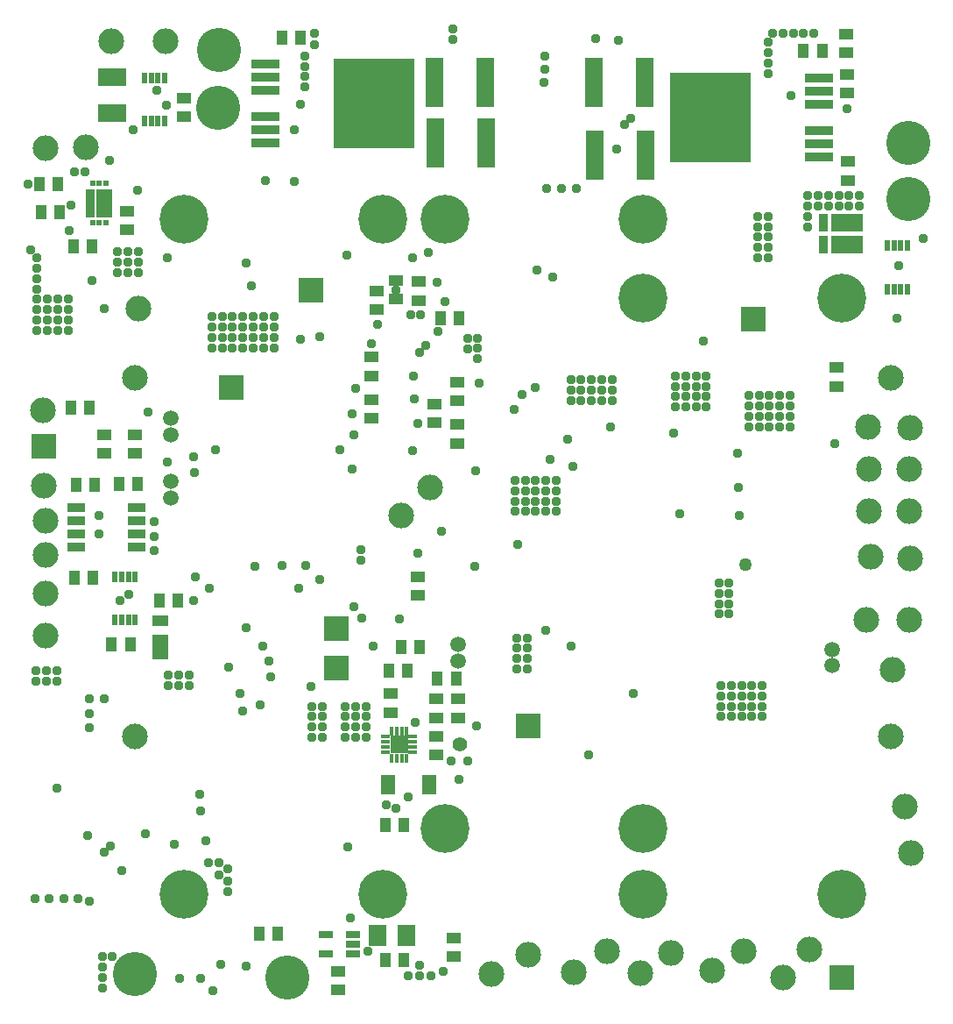
<source format=gbs>
G75*
%MOIN*%
%OFA0B0*%
%FSLAX25Y25*%
%IPPOS*%
%LPD*%
%AMOC8*
5,1,8,0,0,1.08239X$1,22.5*
%
%ADD10R,0.03950X0.05524*%
%ADD11R,0.05524X0.03950*%
%ADD12R,0.05721X0.07690*%
%ADD13C,0.18580*%
%ADD14R,0.06706X0.03556*%
%ADD15R,0.10800X0.06784*%
%ADD16R,0.10800X0.06745*%
%ADD17R,0.12400X0.06700*%
%ADD18R,0.03600X0.06700*%
%ADD19R,0.05524X0.03162*%
%ADD20R,0.06509X0.06509*%
%ADD21R,0.03556X0.01784*%
%ADD22R,0.01784X0.03556*%
%ADD23C,0.09800*%
%ADD24C,0.16800*%
%ADD25R,0.11036X0.03753*%
%ADD26R,0.30721X0.34265*%
%ADD27R,0.09800X0.09800*%
%ADD28C,0.05950*%
%ADD29R,0.06312X0.09461*%
%ADD30R,0.06312X0.04343*%
%ADD31R,0.02454X0.04304*%
%ADD32R,0.06391X0.10643*%
%ADD33R,0.03241X0.10643*%
%ADD34R,0.02375X0.02375*%
%ADD35R,0.07099X0.07887*%
%ADD36R,0.06706X0.18910*%
%ADD37C,0.09737*%
%ADD38C,0.03778*%
%ADD39C,0.04959*%
%ADD40C,0.05550*%
D10*
X0138414Y0100619D03*
X0145501Y0100619D03*
X0186446Y0090776D03*
X0193532Y0090776D03*
X0193532Y0141957D03*
X0186446Y0141957D03*
X0187627Y0200619D03*
X0194713Y0200619D03*
X0192351Y0209674D03*
X0199438Y0209674D03*
X0206131Y0197863D03*
X0213217Y0197863D03*
X0107312Y0227391D03*
X0100225Y0227391D03*
X0089202Y0210855D03*
X0082115Y0210855D03*
X0075028Y0236052D03*
X0067942Y0236052D03*
X0068729Y0271485D03*
X0075816Y0271485D03*
X0084871Y0271879D03*
X0091957Y0271879D03*
X0073847Y0300619D03*
X0066761Y0300619D03*
X0067548Y0362036D03*
X0074635Y0362036D03*
X0062430Y0375028D03*
X0055343Y0375028D03*
X0054556Y0385658D03*
X0061643Y0385658D03*
X0147076Y0441564D03*
X0154162Y0441564D03*
X0207312Y0334871D03*
X0214398Y0334871D03*
X0345501Y0436446D03*
X0352587Y0436446D03*
D11*
X0361643Y0435658D03*
X0361643Y0442745D03*
X0362036Y0427391D03*
X0362036Y0420304D03*
X0362430Y0394320D03*
X0362430Y0387233D03*
X0358099Y0315973D03*
X0358099Y0308887D03*
X0213611Y0310461D03*
X0213611Y0303375D03*
X0213611Y0294320D03*
X0213611Y0287233D03*
X0204950Y0295107D03*
X0204950Y0302194D03*
X0180934Y0303769D03*
X0180934Y0296682D03*
X0180934Y0312824D03*
X0180934Y0319910D03*
X0182902Y0338020D03*
X0182902Y0345107D03*
X0190383Y0341957D03*
X0190383Y0349044D03*
X0199044Y0348650D03*
X0199044Y0341564D03*
X0198650Y0236446D03*
X0198650Y0229359D03*
X0188414Y0191957D03*
X0188414Y0184871D03*
X0205737Y0182902D03*
X0205737Y0189989D03*
X0214005Y0189989D03*
X0214005Y0182902D03*
X0205737Y0175816D03*
X0205737Y0168729D03*
X0212430Y0099044D03*
X0212430Y0091957D03*
X0168335Y0086446D03*
X0168335Y0079359D03*
X0091170Y0283296D03*
X0091170Y0290383D03*
X0079359Y0290383D03*
X0079359Y0283296D03*
X0088020Y0368335D03*
X0088020Y0375422D03*
X0109674Y0411249D03*
X0109674Y0418335D03*
D12*
X0187233Y0157312D03*
X0202981Y0157312D03*
D13*
X0208887Y0140580D03*
X0185265Y0115580D03*
X0109674Y0115580D03*
X0284477Y0115580D03*
X0284477Y0140580D03*
X0360068Y0115580D03*
X0360068Y0342272D03*
X0284477Y0342272D03*
X0284477Y0372272D03*
X0208887Y0372272D03*
X0185265Y0372272D03*
X0109674Y0372272D03*
D14*
X0091564Y0262843D03*
X0091564Y0257843D03*
X0091564Y0252843D03*
X0091564Y0247843D03*
X0068729Y0247843D03*
X0068729Y0252843D03*
X0068729Y0257843D03*
X0068729Y0262843D03*
D15*
X0082509Y0426249D03*
D16*
X0082509Y0412784D03*
D17*
X0362074Y0370911D03*
X0362074Y0362611D03*
D18*
X0352974Y0362611D03*
X0352974Y0370911D03*
D19*
X0173871Y0100422D03*
X0173871Y0096682D03*
X0173871Y0092942D03*
X0163587Y0092942D03*
X0163587Y0100422D03*
D20*
X0191564Y0172666D03*
D21*
X0196682Y0171682D03*
X0196682Y0173650D03*
X0196682Y0175619D03*
X0196682Y0169713D03*
X0186446Y0169713D03*
X0186446Y0171682D03*
X0186446Y0173650D03*
X0186446Y0175619D03*
D22*
X0188611Y0177784D03*
X0190580Y0177784D03*
X0192548Y0177784D03*
X0194517Y0177784D03*
X0194517Y0167548D03*
X0192548Y0167548D03*
X0190580Y0167548D03*
X0188611Y0167548D03*
D23*
X0240776Y0092745D03*
X0226603Y0085265D03*
X0258099Y0086052D03*
X0270698Y0093926D03*
X0283296Y0085658D03*
X0295107Y0093532D03*
X0310855Y0086839D03*
X0322666Y0093926D03*
X0337627Y0084083D03*
X0347863Y0094713D03*
X0386446Y0131328D03*
X0384083Y0149044D03*
X0379359Y0201013D03*
X0385658Y0219910D03*
X0369517Y0219910D03*
X0371091Y0243926D03*
X0370304Y0261249D03*
X0385658Y0261249D03*
X0386052Y0243532D03*
X0385658Y0277391D03*
X0370304Y0277391D03*
X0369910Y0293532D03*
X0386052Y0293139D03*
X0203375Y0270304D03*
X0192351Y0259674D03*
X0092351Y0338414D03*
X0056131Y0299831D03*
X0056524Y0271091D03*
X0056918Y0257706D03*
X0056918Y0244713D03*
X0056918Y0230146D03*
X0056918Y0214005D03*
X0056918Y0399438D03*
X0072272Y0399831D03*
X0082115Y0439989D03*
X0102587Y0439989D03*
D24*
X0123060Y0436839D03*
X0122666Y0414792D03*
X0385265Y0401406D03*
X0385265Y0380146D03*
X0149044Y0084083D03*
X0091170Y0085265D03*
D25*
X0140776Y0401406D03*
X0140776Y0406406D03*
X0140776Y0411406D03*
X0140776Y0421406D03*
X0140776Y0426406D03*
X0140776Y0431406D03*
X0351406Y0426209D03*
X0351406Y0421209D03*
X0351406Y0416209D03*
X0351406Y0406209D03*
X0351406Y0401209D03*
X0351406Y0396209D03*
D26*
X0310068Y0411209D03*
X0182115Y0416406D03*
D27*
X0158099Y0345501D03*
X0127784Y0308493D03*
X0056524Y0286052D03*
X0167548Y0216761D03*
X0167548Y0201800D03*
X0240776Y0179753D03*
X0360068Y0084083D03*
X0326209Y0334477D03*
D28*
X0356524Y0208887D03*
X0356524Y0202587D03*
X0214005Y0204556D03*
X0214005Y0210855D03*
X0104556Y0266367D03*
X0104556Y0272666D03*
X0104556Y0290383D03*
X0104556Y0296682D03*
D29*
X0100619Y0209674D03*
D30*
X0100619Y0219713D03*
D31*
X0091170Y0219910D03*
X0088611Y0219910D03*
X0086052Y0219910D03*
X0083493Y0219910D03*
X0083493Y0236485D03*
X0086052Y0236485D03*
X0088611Y0236485D03*
X0091170Y0236485D03*
X0094713Y0409635D03*
X0097272Y0409635D03*
X0099831Y0409635D03*
X0102391Y0409635D03*
X0102391Y0426209D03*
X0099831Y0426209D03*
X0097272Y0426209D03*
X0094713Y0426209D03*
X0377391Y0362430D03*
X0379950Y0362430D03*
X0382509Y0362430D03*
X0385068Y0362430D03*
X0385068Y0345855D03*
X0382509Y0345855D03*
X0379950Y0345855D03*
X0377391Y0345855D03*
D32*
X0079517Y0378572D03*
D33*
X0074044Y0378572D03*
D34*
X0074871Y0386091D03*
X0077430Y0386091D03*
X0079989Y0386091D03*
X0079989Y0371131D03*
X0077430Y0371131D03*
X0074871Y0371131D03*
D35*
X0183296Y0100225D03*
X0194320Y0100225D03*
D36*
X0205343Y0401406D03*
X0224635Y0401406D03*
X0224241Y0424241D03*
X0204950Y0424241D03*
X0265580Y0424241D03*
X0284871Y0424241D03*
X0285265Y0396682D03*
X0265973Y0396682D03*
D37*
X0378572Y0312036D03*
X0378572Y0175816D03*
X0091170Y0175816D03*
X0091170Y0312036D03*
D38*
X0078572Y0080146D03*
X0078572Y0084083D03*
X0078572Y0088020D03*
X0078572Y0091957D03*
X0082509Y0091957D03*
X0073847Y0113217D03*
X0069517Y0114005D03*
X0064005Y0114005D03*
X0058493Y0114005D03*
X0052981Y0114005D03*
X0073060Y0137995D03*
X0079359Y0131721D03*
X0081721Y0134083D03*
X0086052Y0124635D03*
X0095107Y0138808D03*
X0106131Y0134607D03*
X0117942Y0136052D03*
X0119123Y0127784D03*
X0123060Y0127784D03*
X0126209Y0125422D03*
X0123060Y0123060D03*
X0126209Y0120698D03*
X0126209Y0116761D03*
X0123847Y0089202D03*
X0133296Y0088414D03*
X0120698Y0078965D03*
X0115973Y0083690D03*
X0108099Y0083690D03*
X0115973Y0147469D03*
X0115580Y0153769D03*
X0132115Y0185265D03*
X0130934Y0191957D03*
X0138808Y0187627D03*
X0142745Y0198257D03*
X0141957Y0204556D03*
X0139595Y0210068D03*
X0133296Y0217154D03*
X0126603Y0202194D03*
X0111643Y0199044D03*
X0111643Y0195107D03*
X0107706Y0195107D03*
X0107706Y0199044D03*
X0103769Y0199044D03*
X0103769Y0195107D03*
X0079359Y0189989D03*
X0073847Y0189989D03*
X0073847Y0184477D03*
X0073847Y0178965D03*
X0061249Y0196682D03*
X0061249Y0200619D03*
X0057312Y0200619D03*
X0057312Y0196682D03*
X0053375Y0196682D03*
X0053375Y0200619D03*
X0085265Y0227391D03*
X0088808Y0229753D03*
X0098257Y0246288D03*
X0098257Y0251800D03*
X0098257Y0257312D03*
X0113611Y0276209D03*
X0113217Y0282115D03*
X0121686Y0284890D03*
X0103375Y0280146D03*
X0095894Y0299044D03*
X0120304Y0323454D03*
X0120304Y0327391D03*
X0120304Y0331328D03*
X0120304Y0335265D03*
X0124241Y0335265D03*
X0128178Y0335265D03*
X0132115Y0335265D03*
X0136052Y0335265D03*
X0139989Y0335265D03*
X0143926Y0335265D03*
X0143926Y0331328D03*
X0139989Y0331328D03*
X0136052Y0331328D03*
X0132115Y0331328D03*
X0128178Y0331328D03*
X0124241Y0331328D03*
X0124241Y0327391D03*
X0128178Y0327391D03*
X0132115Y0327391D03*
X0136052Y0327391D03*
X0139989Y0327391D03*
X0143926Y0327391D03*
X0143926Y0323454D03*
X0139989Y0323454D03*
X0136052Y0323454D03*
X0132115Y0323454D03*
X0128178Y0323454D03*
X0124241Y0323454D03*
X0135265Y0347076D03*
X0133296Y0355737D03*
X0140776Y0387233D03*
X0151800Y0386839D03*
X0151800Y0406524D03*
X0154162Y0415973D03*
X0155737Y0422666D03*
X0155737Y0426603D03*
X0155737Y0430540D03*
X0155737Y0434477D03*
X0159280Y0438808D03*
X0159280Y0443139D03*
X0212036Y0444713D03*
X0212036Y0440776D03*
X0247076Y0434477D03*
X0247076Y0429359D03*
X0246839Y0424241D03*
X0266367Y0441170D03*
X0275028Y0440383D03*
X0279753Y0410855D03*
X0277391Y0408493D03*
X0274241Y0399044D03*
X0258887Y0384083D03*
X0253375Y0384083D03*
X0247863Y0384083D03*
X0244150Y0353205D03*
X0249973Y0350366D03*
X0221485Y0326997D03*
X0221485Y0323454D03*
X0221485Y0319517D03*
X0217548Y0323060D03*
X0217548Y0326997D03*
X0206524Y0329753D03*
X0201800Y0324241D03*
X0199438Y0321879D03*
X0197076Y0312824D03*
X0197469Y0304162D03*
X0198650Y0294713D03*
X0196682Y0284477D03*
X0174241Y0290383D03*
X0169123Y0284871D03*
X0173847Y0277391D03*
X0173847Y0298257D03*
X0175028Y0308099D03*
X0180934Y0325028D03*
X0183296Y0332509D03*
X0195894Y0335918D03*
X0199831Y0336052D03*
X0208887Y0341170D03*
X0206131Y0348257D03*
X0202587Y0359674D03*
X0196682Y0357706D03*
X0190383Y0345501D03*
X0171630Y0358638D03*
X0161249Y0327784D03*
X0154162Y0326603D03*
X0103375Y0357706D03*
X0092351Y0356131D03*
X0092351Y0360068D03*
X0088414Y0360068D03*
X0084477Y0360068D03*
X0084477Y0356131D03*
X0088414Y0356131D03*
X0088414Y0352194D03*
X0084477Y0352194D03*
X0092351Y0352194D03*
X0079359Y0338414D03*
X0074635Y0349044D03*
X0065580Y0341957D03*
X0065580Y0338020D03*
X0065580Y0334083D03*
X0065580Y0330146D03*
X0061643Y0330146D03*
X0061643Y0334083D03*
X0061643Y0338020D03*
X0061643Y0341957D03*
X0057706Y0341957D03*
X0057706Y0338020D03*
X0057706Y0334083D03*
X0057706Y0330146D03*
X0053769Y0330146D03*
X0053769Y0334083D03*
X0053769Y0338020D03*
X0053769Y0341957D03*
X0053769Y0345894D03*
X0053769Y0349831D03*
X0053769Y0353769D03*
X0053769Y0357706D03*
X0051406Y0360855D03*
X0065973Y0367942D03*
X0066761Y0377784D03*
X0067942Y0390383D03*
X0071879Y0390383D03*
X0081328Y0394713D03*
X0090383Y0406524D03*
X0102981Y0415580D03*
X0099438Y0421437D03*
X0091957Y0383296D03*
X0050225Y0385658D03*
X0077391Y0259674D03*
X0077391Y0252587D03*
X0113217Y0227391D03*
X0114005Y0236446D03*
X0119256Y0232115D03*
X0136839Y0240383D03*
X0147076Y0240776D03*
X0153375Y0232115D03*
X0156196Y0240776D03*
X0161249Y0235265D03*
X0174241Y0225095D03*
X0177391Y0220698D03*
X0181721Y0210068D03*
X0191564Y0220304D03*
X0176997Y0242745D03*
X0176997Y0246682D03*
X0198650Y0245501D03*
X0207706Y0253769D03*
X0220304Y0240383D03*
X0236839Y0248650D03*
X0235658Y0261249D03*
X0235658Y0265186D03*
X0235658Y0269123D03*
X0235658Y0273060D03*
X0239595Y0273060D03*
X0239595Y0269123D03*
X0239595Y0265186D03*
X0239595Y0261249D03*
X0243532Y0261249D03*
X0243532Y0265186D03*
X0243532Y0269123D03*
X0243532Y0273060D03*
X0247469Y0273060D03*
X0247469Y0269123D03*
X0247469Y0265186D03*
X0247469Y0261249D03*
X0251406Y0261249D03*
X0251406Y0265186D03*
X0251406Y0269123D03*
X0251406Y0273060D03*
X0249044Y0280934D03*
X0255737Y0288808D03*
X0257706Y0278572D03*
X0271879Y0293532D03*
X0272666Y0303375D03*
X0272666Y0307312D03*
X0272666Y0311249D03*
X0268729Y0311249D03*
X0264792Y0311249D03*
X0260855Y0311249D03*
X0256918Y0311249D03*
X0256918Y0307312D03*
X0260855Y0307312D03*
X0264792Y0307312D03*
X0268729Y0307312D03*
X0268729Y0303375D03*
X0264792Y0303375D03*
X0260855Y0303375D03*
X0256918Y0303375D03*
X0243532Y0308493D03*
X0238414Y0305737D03*
X0235265Y0300225D03*
X0221879Y0310068D03*
X0220698Y0276603D03*
X0236446Y0213217D03*
X0240383Y0213217D03*
X0240383Y0209280D03*
X0240383Y0205343D03*
X0240383Y0201406D03*
X0236446Y0201406D03*
X0236446Y0205343D03*
X0236446Y0209280D03*
X0247469Y0215973D03*
X0256918Y0210068D03*
X0280540Y0191957D03*
X0263611Y0168729D03*
X0221091Y0179753D03*
X0217548Y0166367D03*
X0211249Y0166367D03*
X0214398Y0159280D03*
X0195107Y0152587D03*
X0190383Y0148257D03*
X0186839Y0149831D03*
X0171879Y0133690D03*
X0172886Y0106744D03*
X0179826Y0093926D03*
X0195107Y0084871D03*
X0199438Y0084871D03*
X0199438Y0088808D03*
X0203769Y0084871D03*
X0208493Y0086446D03*
X0190383Y0171485D03*
X0192745Y0173847D03*
X0197863Y0180934D03*
X0178965Y0179359D03*
X0175028Y0179359D03*
X0171091Y0179359D03*
X0171091Y0175422D03*
X0175028Y0175422D03*
X0178965Y0175422D03*
X0178965Y0183296D03*
X0175028Y0183296D03*
X0171091Y0183296D03*
X0171091Y0187233D03*
X0175028Y0187233D03*
X0178965Y0187233D03*
X0162430Y0187233D03*
X0162430Y0183296D03*
X0162430Y0179359D03*
X0162430Y0175422D03*
X0158493Y0175422D03*
X0158493Y0179359D03*
X0158493Y0183296D03*
X0158493Y0187233D03*
X0158099Y0194713D03*
X0061249Y0156131D03*
X0295894Y0291170D03*
X0296682Y0301013D03*
X0296682Y0304950D03*
X0296682Y0308887D03*
X0296682Y0312824D03*
X0300619Y0312824D03*
X0304556Y0312824D03*
X0308493Y0312824D03*
X0308493Y0308887D03*
X0304556Y0308887D03*
X0300619Y0308887D03*
X0300619Y0304950D03*
X0304556Y0304950D03*
X0308493Y0304950D03*
X0308493Y0301013D03*
X0304556Y0301013D03*
X0300619Y0301013D03*
X0307312Y0326209D03*
X0324635Y0305343D03*
X0328572Y0305343D03*
X0332509Y0305343D03*
X0336446Y0305343D03*
X0340383Y0305343D03*
X0340383Y0301406D03*
X0340383Y0297469D03*
X0340383Y0293532D03*
X0336446Y0293532D03*
X0336446Y0297469D03*
X0336446Y0301406D03*
X0332509Y0301406D03*
X0332509Y0297469D03*
X0332509Y0293532D03*
X0328572Y0293532D03*
X0328572Y0297469D03*
X0328572Y0301406D03*
X0324635Y0301406D03*
X0324635Y0297469D03*
X0324635Y0293532D03*
X0320304Y0283296D03*
X0320698Y0270304D03*
X0321091Y0259674D03*
X0298257Y0260461D03*
X0313217Y0234083D03*
X0313217Y0230146D03*
X0313217Y0226209D03*
X0313217Y0222272D03*
X0317154Y0222272D03*
X0317154Y0226209D03*
X0317154Y0230146D03*
X0317154Y0234083D03*
X0317942Y0195107D03*
X0321879Y0195107D03*
X0325816Y0195107D03*
X0329753Y0195107D03*
X0329753Y0191170D03*
X0329753Y0187233D03*
X0329753Y0183296D03*
X0325816Y0183296D03*
X0325816Y0187233D03*
X0325816Y0191170D03*
X0321879Y0191170D03*
X0321879Y0187233D03*
X0321879Y0183296D03*
X0317942Y0183296D03*
X0317942Y0187233D03*
X0317942Y0191170D03*
X0314005Y0191170D03*
X0314005Y0187233D03*
X0314005Y0183296D03*
X0314005Y0195107D03*
X0357312Y0287233D03*
X0380934Y0334871D03*
X0381653Y0354881D03*
X0391170Y0365186D03*
X0366761Y0377391D03*
X0366761Y0381328D03*
X0362824Y0381328D03*
X0358887Y0381328D03*
X0354950Y0381328D03*
X0351013Y0381328D03*
X0347076Y0381328D03*
X0347076Y0377391D03*
X0351013Y0377391D03*
X0354950Y0377391D03*
X0358887Y0377391D03*
X0362824Y0377391D03*
X0347076Y0373454D03*
X0347076Y0369517D03*
X0332115Y0369517D03*
X0332115Y0373454D03*
X0328178Y0373454D03*
X0328178Y0369517D03*
X0328178Y0365580D03*
X0332115Y0365580D03*
X0332115Y0361643D03*
X0328178Y0361643D03*
X0328178Y0357706D03*
X0332115Y0357706D03*
X0340776Y0419517D03*
X0332115Y0427784D03*
X0332115Y0431721D03*
X0332115Y0435658D03*
X0332115Y0439595D03*
X0333690Y0443139D03*
X0337627Y0443139D03*
X0341564Y0443139D03*
X0345501Y0443139D03*
X0349438Y0443139D03*
X0362036Y0414398D03*
D39*
X0323454Y0241170D03*
D40*
X0214792Y0172666D03*
M02*

</source>
